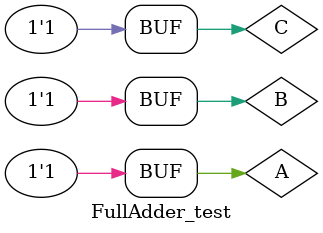
<source format=v>
module FullAdder_test;
reg A, B, C;
wire Sum, Carry;

FullAdder FA(Sum, Carry, A, B, C);

initial 
begin
	$monitor($time, "Sum=%b, Carry=%b, A=%b, B=%b, C=%b\n", Sum, Carry, A, B, C);
	#5 A = 1'b0; B = 1'b0; C = 1'b0;
	#5 A = 1'b0; B = 1'b0; C = 1'b1;
	#5 A = 1'b0; B = 1'b1; C = 1'b0;
	#5 A = 1'b0; B = 1'b1; C = 1'b1;
	#5 A = 1'b1; B = 1'b0; C = 1'b0;
	#5 A = 1'b1; B = 1'b0; C = 1'b1;
	#5 A = 1'b1; B = 1'b1; C = 1'b0;
	#5 A = 1'b1; B = 1'b1; C = 1'b1;
end
endmodule
</source>
